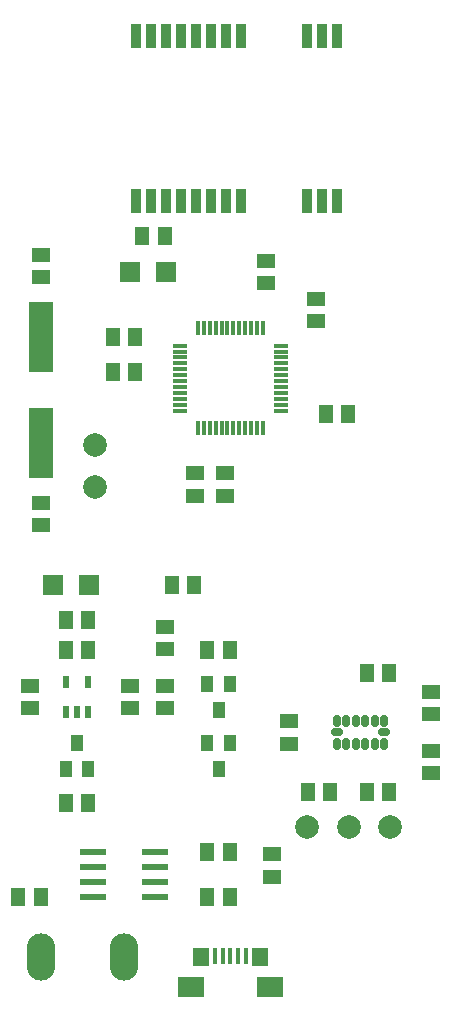
<source format=gbp>
G04 #@! TF.GenerationSoftware,KiCad,Pcbnew,(6.0.9)*
G04 #@! TF.CreationDate,2024-11-23T14:03:30+01:00*
G04 #@! TF.ProjectId,Spoke,53706f6b-652e-46b6-9963-61645f706362,1.2*
G04 #@! TF.SameCoordinates,PX5f5e100PY5f5e100*
G04 #@! TF.FileFunction,Paste,Bot*
G04 #@! TF.FilePolarity,Positive*
%FSLAX46Y46*%
G04 Gerber Fmt 4.6, Leading zero omitted, Abs format (unit mm)*
G04 Created by KiCad (PCBNEW (6.0.9)) date 2024-11-23 14:03:30*
%MOMM*%
%LPD*%
G01*
G04 APERTURE LIST*
G04 Aperture macros list*
%AMRoundRect*
0 Rectangle with rounded corners*
0 $1 Rounding radius*
0 $2 $3 $4 $5 $6 $7 $8 $9 X,Y pos of 4 corners*
0 Add a 4 corners polygon primitive as box body*
4,1,4,$2,$3,$4,$5,$6,$7,$8,$9,$2,$3,0*
0 Add four circle primitives for the rounded corners*
1,1,$1+$1,$2,$3*
1,1,$1+$1,$4,$5*
1,1,$1+$1,$6,$7*
1,1,$1+$1,$8,$9*
0 Add four rect primitives between the rounded corners*
20,1,$1+$1,$2,$3,$4,$5,0*
20,1,$1+$1,$4,$5,$6,$7,0*
20,1,$1+$1,$6,$7,$8,$9,0*
20,1,$1+$1,$8,$9,$2,$3,0*%
G04 Aperture macros list end*
%ADD10R,1.500000X1.300000*%
%ADD11R,0.900000X2.000000*%
%ADD12C,2.000000*%
%ADD13R,1.300000X1.500000*%
%ADD14R,0.600000X1.100000*%
%ADD15R,2.200000X0.600000*%
%ADD16R,0.450000X1.380000*%
%ADD17R,1.425000X1.550000*%
%ADD18R,2.200000X1.800000*%
%ADD19R,1.000000X1.400000*%
%ADD20RoundRect,0.150000X0.150000X-0.325000X0.150000X0.325000X-0.150000X0.325000X-0.150000X-0.325000X0*%
%ADD21RoundRect,0.150000X0.325000X-0.150000X0.325000X0.150000X-0.325000X0.150000X-0.325000X-0.150000X0*%
%ADD22O,2.400000X4.000000*%
%ADD23R,2.000000X6.000000*%
%ADD24R,1.200000X0.300000*%
%ADD25R,0.300000X1.200000*%
%ADD26R,1.700000X1.800000*%
G04 APERTURE END LIST*
D10*
G04 #@! TO.C,R14*
X-5500000Y-19950000D03*
X-5500000Y-18050000D03*
G04 #@! TD*
D11*
G04 #@! TO.C,U6*
X9000000Y23000000D03*
X7730000Y23000000D03*
X6460000Y23000000D03*
X890000Y23000000D03*
X-380000Y23000000D03*
X-1650000Y23000000D03*
X-2920000Y23000000D03*
X-4190000Y23000000D03*
X-5460000Y23000000D03*
X-6730000Y23000000D03*
X-8000000Y23000000D03*
X-8000000Y37000000D03*
X-6730000Y37000000D03*
X-5460000Y37000000D03*
X-4190000Y37000000D03*
X-2920000Y37000000D03*
X-1650000Y37000000D03*
X-380000Y37000000D03*
X890000Y37000000D03*
X6460000Y37000000D03*
X7730000Y37000000D03*
X9000000Y37000000D03*
G04 #@! TD*
D12*
G04 #@! TO.C,X11*
X6500000Y-30000000D03*
G04 #@! TD*
D13*
G04 #@! TO.C,C17*
X-5550000Y20000000D03*
X-7450000Y20000000D03*
G04 #@! TD*
D14*
G04 #@! TO.C,U1*
X-12050000Y-20300000D03*
X-13000000Y-20300000D03*
X-13950000Y-20300000D03*
X-13950000Y-17700000D03*
X-12050000Y-17700000D03*
G04 #@! TD*
D10*
G04 #@! TO.C,R7*
X-500000Y-50000D03*
X-500000Y-1950000D03*
G04 #@! TD*
D15*
G04 #@! TO.C,U5*
X-6400000Y-32095000D03*
X-6400000Y-33365000D03*
X-6400000Y-34635000D03*
X-6400000Y-35905000D03*
X-11600000Y-35905000D03*
X-11600000Y-34635000D03*
X-11600000Y-33365000D03*
X-11600000Y-32095000D03*
G04 #@! TD*
D10*
G04 #@! TO.C,C9*
X-16000000Y16550000D03*
X-16000000Y18450000D03*
G04 #@! TD*
D16*
G04 #@! TO.C,X7*
X1300000Y-40890000D03*
X650000Y-40890000D03*
X0Y-40890000D03*
X-650000Y-40890000D03*
X-1300000Y-40890000D03*
D17*
X-2487500Y-40975000D03*
D18*
X-3375000Y-43550000D03*
X3375000Y-43550000D03*
D17*
X2487500Y-40975000D03*
G04 #@! TD*
D13*
G04 #@! TO.C,R8*
X-50000Y-32095000D03*
X-1950000Y-32095000D03*
G04 #@! TD*
G04 #@! TO.C,C12*
X-50000Y-35905000D03*
X-1950000Y-35905000D03*
G04 #@! TD*
D12*
G04 #@! TO.C,X10*
X10000000Y-30000000D03*
G04 #@! TD*
D13*
G04 #@! TO.C,C6*
X-13950000Y-12500000D03*
X-12050000Y-12500000D03*
G04 #@! TD*
G04 #@! TO.C,R1*
X-13950000Y-28000000D03*
X-12050000Y-28000000D03*
G04 #@! TD*
G04 #@! TO.C,R5*
X-50000Y-15000000D03*
X-1950000Y-15000000D03*
G04 #@! TD*
D19*
G04 #@! TO.C,Q1*
X-12050000Y-25100000D03*
X-13950000Y-25100000D03*
X-13000000Y-22900000D03*
G04 #@! TD*
D10*
G04 #@! TO.C,R4*
X7250000Y14700000D03*
X7250000Y12800000D03*
G04 #@! TD*
G04 #@! TO.C,C14*
X17000000Y-23550000D03*
X17000000Y-25450000D03*
G04 #@! TD*
D13*
G04 #@! TO.C,R2*
X-12050000Y-15000000D03*
X-13950000Y-15000000D03*
G04 #@! TD*
D10*
G04 #@! TO.C,C19*
X5000000Y-21050000D03*
X5000000Y-22950000D03*
G04 #@! TD*
G04 #@! TO.C,C20*
X-5500000Y-14950000D03*
X-5500000Y-13050000D03*
G04 #@! TD*
D20*
G04 #@! TO.C,U7*
X13000000Y-23000000D03*
X12200000Y-23000000D03*
X11400000Y-23000000D03*
X10600000Y-23000000D03*
X9800000Y-23000000D03*
X9000000Y-23000000D03*
D21*
X9000000Y-22000000D03*
D20*
X9000000Y-21000000D03*
X9800000Y-21000000D03*
X10600000Y-21000000D03*
X11400000Y-21000000D03*
X12200000Y-21000000D03*
X13000000Y-21000000D03*
D21*
X13000000Y-22000000D03*
G04 #@! TD*
D13*
G04 #@! TO.C,R9*
X11550000Y-27000000D03*
X13450000Y-27000000D03*
G04 #@! TD*
D22*
G04 #@! TO.C,X2*
X-9000000Y-41000000D03*
G04 #@! TD*
D13*
G04 #@! TO.C,C1*
X-8050000Y11500000D03*
X-9950000Y11500000D03*
G04 #@! TD*
D22*
G04 #@! TO.C,X1*
X-16000000Y-41000000D03*
G04 #@! TD*
D19*
G04 #@! TO.C,D1*
X-1950000Y-22900000D03*
X-50000Y-22900000D03*
X-1000000Y-25100000D03*
G04 #@! TD*
D13*
G04 #@! TO.C,C7*
X-4950000Y-9500000D03*
X-3050000Y-9500000D03*
G04 #@! TD*
D10*
G04 #@! TO.C,C15*
X17000000Y-18550000D03*
X17000000Y-20450000D03*
G04 #@! TD*
D12*
G04 #@! TO.C,X9*
X13500000Y-30000000D03*
G04 #@! TD*
D10*
G04 #@! TO.C,C4*
X-3000000Y-50000D03*
X-3000000Y-1950000D03*
G04 #@! TD*
D19*
G04 #@! TO.C,Q2*
X-1950000Y-17900000D03*
X-50000Y-17900000D03*
X-1000000Y-20100000D03*
G04 #@! TD*
D23*
G04 #@! TO.C,XTAL1*
X-16000000Y2500000D03*
X-16000000Y11500000D03*
G04 #@! TD*
D24*
G04 #@! TO.C,U3*
X-4250000Y5250000D03*
X-4250000Y5750000D03*
X-4250000Y6250000D03*
X-4250000Y6750000D03*
X-4250000Y7250000D03*
X-4250000Y7750000D03*
X-4250000Y8250000D03*
X-4250000Y8750000D03*
X-4250000Y9250000D03*
X-4250000Y9750000D03*
X-4250000Y10250000D03*
X-4250000Y10750000D03*
D25*
X-2750000Y12250000D03*
X-2250000Y12250000D03*
X-1750000Y12250000D03*
X-1250000Y12250000D03*
X-750000Y12250000D03*
X-250000Y12250000D03*
X250000Y12250000D03*
X750000Y12250000D03*
X1250000Y12250000D03*
X1750000Y12250000D03*
X2250000Y12250000D03*
X2750000Y12250000D03*
D24*
X4250000Y10750000D03*
X4250000Y10250000D03*
X4250000Y9750000D03*
X4250000Y9250000D03*
X4250000Y8750000D03*
X4250000Y8250000D03*
X4250000Y7750000D03*
X4250000Y7250000D03*
X4250000Y6750000D03*
X4250000Y6250000D03*
X4250000Y5750000D03*
X4250000Y5250000D03*
D25*
X2750000Y3750000D03*
X2250000Y3750000D03*
X1750000Y3750000D03*
X1250000Y3750000D03*
X750000Y3750000D03*
X250000Y3750000D03*
X-250000Y3750000D03*
X-750000Y3750000D03*
X-1250000Y3750000D03*
X-1750000Y3750000D03*
X-2250000Y3750000D03*
X-2750000Y3750000D03*
G04 #@! TD*
D13*
G04 #@! TO.C,C3*
X8050000Y5000000D03*
X9950000Y5000000D03*
G04 #@! TD*
G04 #@! TO.C,C11*
X-8050000Y8500000D03*
X-9950000Y8500000D03*
G04 #@! TD*
G04 #@! TO.C,C13*
X-17950000Y-35905000D03*
X-16050000Y-35905000D03*
G04 #@! TD*
D10*
G04 #@! TO.C,R3*
X-17000000Y-19950000D03*
X-17000000Y-18050000D03*
G04 #@! TD*
G04 #@! TO.C,R12*
X-8500000Y-18050000D03*
X-8500000Y-19950000D03*
G04 #@! TD*
G04 #@! TO.C,C2*
X3000000Y16050000D03*
X3000000Y17950000D03*
G04 #@! TD*
D26*
G04 #@! TO.C,C16*
X-5475000Y17000000D03*
X-8525000Y17000000D03*
G04 #@! TD*
D12*
G04 #@! TO.C,X5*
X-11500000Y2375000D03*
G04 #@! TD*
G04 #@! TO.C,X4*
X-11500000Y-1250000D03*
G04 #@! TD*
D26*
G04 #@! TO.C,C5*
X-11975000Y-9500000D03*
X-15025000Y-9500000D03*
G04 #@! TD*
D10*
G04 #@! TO.C,C8*
X-16000000Y-2550000D03*
X-16000000Y-4450000D03*
G04 #@! TD*
D13*
G04 #@! TO.C,R10*
X8450000Y-27000000D03*
X6550000Y-27000000D03*
G04 #@! TD*
D10*
G04 #@! TO.C,R15*
X3500000Y-32300000D03*
X3500000Y-34200000D03*
G04 #@! TD*
D13*
G04 #@! TO.C,C18*
X13450000Y-17000000D03*
X11550000Y-17000000D03*
G04 #@! TD*
M02*

</source>
